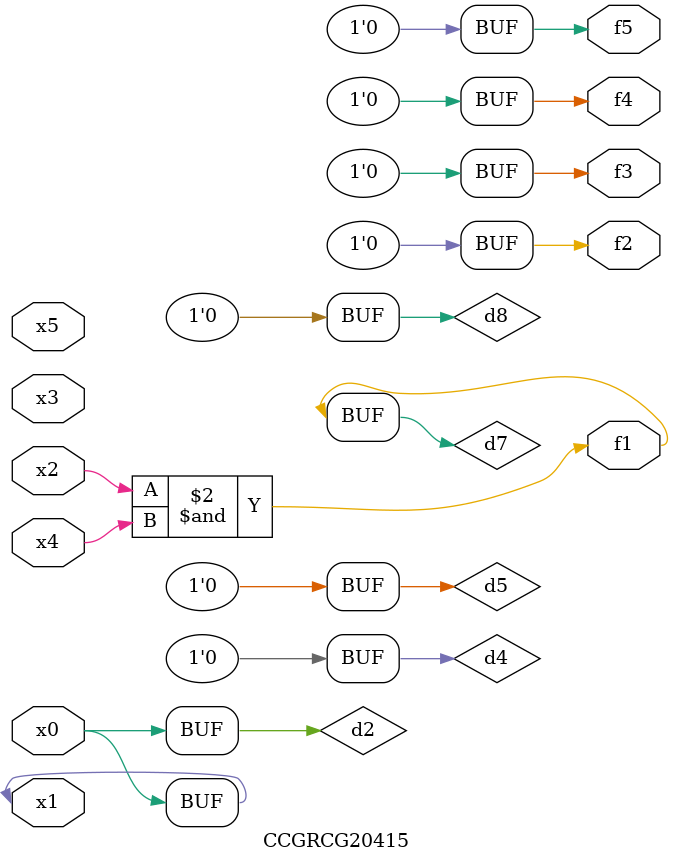
<source format=v>
module CCGRCG20415(
	input x0, x1, x2, x3, x4, x5,
	output f1, f2, f3, f4, f5
);

	wire d1, d2, d3, d4, d5, d6, d7, d8, d9;

	nand (d1, x1);
	buf (d2, x0, x1);
	nand (d3, x2, x4);
	and (d4, d1, d2);
	and (d5, d1, d2);
	nand (d6, d1, d3);
	not (d7, d3);
	xor (d8, d5);
	nor (d9, d5, d6);
	assign f1 = d7;
	assign f2 = d8;
	assign f3 = d8;
	assign f4 = d8;
	assign f5 = d8;
endmodule

</source>
